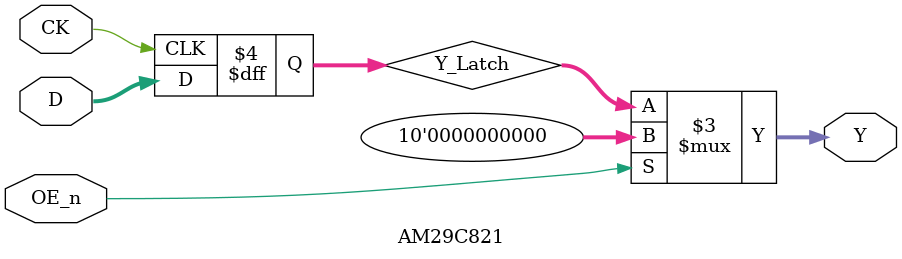
<source format=v>




module AM29C821 (
    input wire [9:0] D,   // 10 Bit Data inputs
    input wire CK,        // Clock input (Latching on rising edge of CK)
    input wire OE_n,      // Output Enable (active low)
    output wire [9:0] Y   // Outputs
);

    reg [9:0] Y_Latch;  // Internal latch

   
    // Latch operation on rising edge of CK
    always @(posedge CK) begin
        Y_Latch <= D;  // Latch data on rising edge of CK
    end

    // Output control
    // When OC_n is low (active), outputs reflect the latched data
    // When OC_n is high, outputs are in high-impedance state
    assign Y = (OE_n == 1'b0) ? Y_Latch : 10'b0;

endmodule

</source>
